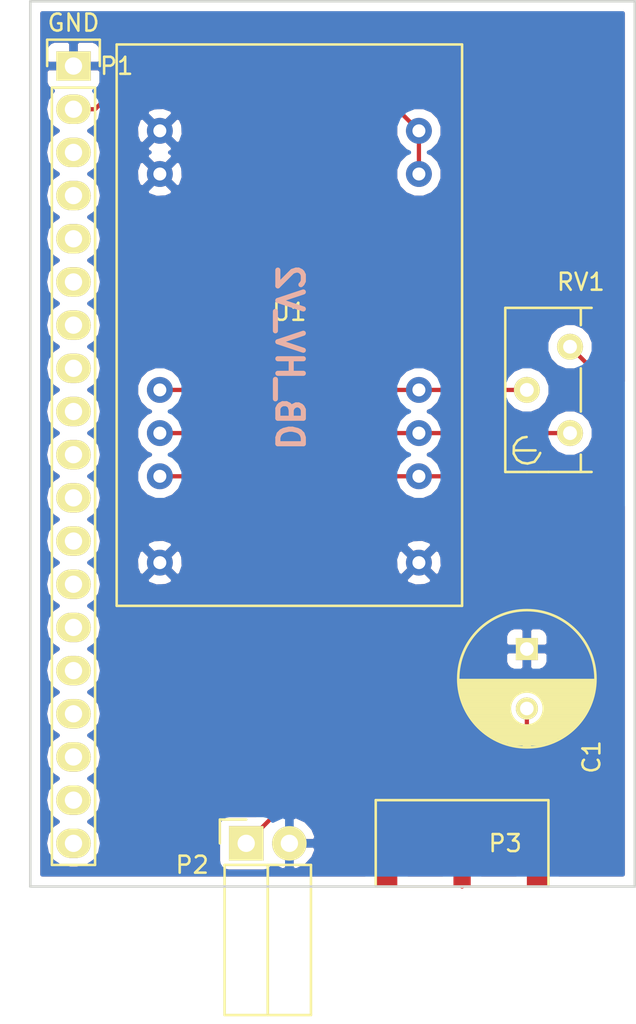
<source format=kicad_pcb>
(kicad_pcb (version 4) (host pcbnew 4.0.4+e1-6308~48~ubuntu16.04.1-stable)

  (general
    (links 19)
    (no_connects 0)
    (area 55.291667 50.724999 92.785001 111.155001)
    (thickness 1.6)
    (drawings 5)
    (tracks 25)
    (zones 0)
    (modules 6)
    (nets 6)
  )

  (page A4)
  (layers
    (0 F.Cu signal)
    (31 B.Cu signal)
    (32 B.Adhes user)
    (33 F.Adhes user)
    (34 B.Paste user)
    (35 F.Paste user)
    (36 B.SilkS user)
    (37 F.SilkS user)
    (38 B.Mask user)
    (39 F.Mask user)
    (40 Dwgs.User user)
    (41 Cmts.User user)
    (42 Eco1.User user)
    (43 Eco2.User user)
    (44 Edge.Cuts user)
    (45 Margin user)
    (46 B.CrtYd user)
    (47 F.CrtYd user)
    (48 B.Fab user)
    (49 F.Fab user)
  )

  (setup
    (last_trace_width 0.25)
    (trace_clearance 0.2)
    (zone_clearance 0.508)
    (zone_45_only no)
    (trace_min 0.2)
    (segment_width 0.2)
    (edge_width 0.15)
    (via_size 0.6)
    (via_drill 0.4)
    (via_min_size 0.4)
    (via_min_drill 0.3)
    (uvia_size 0.3)
    (uvia_drill 0.1)
    (uvias_allowed no)
    (uvia_min_size 0.2)
    (uvia_min_drill 0.1)
    (pcb_text_width 0.3)
    (pcb_text_size 1.5 1.5)
    (mod_edge_width 0.15)
    (mod_text_size 1 1)
    (mod_text_width 0.15)
    (pad_size 1.524 1.524)
    (pad_drill 0.762)
    (pad_to_mask_clearance 0.2)
    (aux_axis_origin 0 0)
    (visible_elements 7FFFFFFF)
    (pcbplotparams
      (layerselection 0x010f0_80000001)
      (usegerberextensions true)
      (excludeedgelayer true)
      (linewidth 0.100000)
      (plotframeref false)
      (viasonmask false)
      (mode 1)
      (useauxorigin false)
      (hpglpennumber 1)
      (hpglpenspeed 20)
      (hpglpendiameter 15)
      (hpglpenoverlay 2)
      (psnegative false)
      (psa4output false)
      (plotreference true)
      (plotvalue true)
      (plotinvisibletext false)
      (padsonsilk false)
      (subtractmaskfromsilk false)
      (outputformat 1)
      (mirror false)
      (drillshape 0)
      (scaleselection 1)
      (outputdirectory ../gerber/))
  )

  (net 0 "")
  (net 1 GND)
  (net 2 "Net-(P1-Pad2)")
  (net 3 "Net-(RV1-Pad2)")
  (net 4 "Net-(RV1-Pad1)")
  (net 5 "Net-(C1-Pad2)")

  (net_class Default "This is the default net class."
    (clearance 0.2)
    (trace_width 0.25)
    (via_dia 0.6)
    (via_drill 0.4)
    (uvia_dia 0.3)
    (uvia_drill 0.1)
    (add_net GND)
    (add_net "Net-(C1-Pad2)")
    (add_net "Net-(P1-Pad2)")
    (add_net "Net-(RV1-Pad1)")
    (add_net "Net-(RV1-Pad2)")
  )

  (module Socket_Strips:Socket_Strip_Angled_1x02 placed (layer F.Cu) (tedit 57B5687B) (tstamp 57B2E5AC)
    (at 69.85 100.33)
    (descr "Through hole socket strip")
    (tags "socket strip")
    (path /57A87C25)
    (fp_text reference P2 (at -3.175 1.27) (layer F.SilkS)
      (effects (font (size 1 1) (thickness 0.15)))
    )
    (fp_text value CONN_01X02 (at 0 -2.75) (layer F.Fab)
      (effects (font (size 1 1) (thickness 0.15)))
    )
    (fp_line (start -1.75 -1.5) (end -1.75 10.6) (layer F.CrtYd) (width 0.05))
    (fp_line (start 4.3 -1.5) (end 4.3 10.6) (layer F.CrtYd) (width 0.05))
    (fp_line (start -1.75 -1.5) (end 4.3 -1.5) (layer F.CrtYd) (width 0.05))
    (fp_line (start -1.75 10.6) (end 4.3 10.6) (layer F.CrtYd) (width 0.05))
    (fp_line (start 3.81 10.1) (end 3.81 1.27) (layer F.SilkS) (width 0.15))
    (fp_line (start 1.27 10.1) (end 3.81 10.1) (layer F.SilkS) (width 0.15))
    (fp_line (start 1.27 1.27) (end 1.27 10.1) (layer F.SilkS) (width 0.15))
    (fp_line (start 1.27 1.27) (end 3.81 1.27) (layer F.SilkS) (width 0.15))
    (fp_line (start -1.27 1.27) (end 1.27 1.27) (layer F.SilkS) (width 0.15))
    (fp_line (start 0 -1.4) (end -1.55 -1.4) (layer F.SilkS) (width 0.15))
    (fp_line (start -1.55 -1.4) (end -1.55 0) (layer F.SilkS) (width 0.15))
    (fp_line (start -1.27 1.27) (end -1.27 10.1) (layer F.SilkS) (width 0.15))
    (fp_line (start -1.27 10.1) (end 1.27 10.1) (layer F.SilkS) (width 0.15))
    (fp_line (start 1.27 10.1) (end 1.27 1.27) (layer F.SilkS) (width 0.15))
    (pad 1 thru_hole rect (at 0 0) (size 2.032 2.032) (drill 1.016) (layers *.Cu *.Mask F.SilkS)
      (net 5 "Net-(C1-Pad2)"))
    (pad 2 thru_hole oval (at 2.54 0) (size 2.032 2.032) (drill 1.016) (layers *.Cu *.Mask F.SilkS)
      (net 1 GND))
    (model Socket_Strips.3dshapes/Socket_Strip_Angled_1x02.wrl
      (at (xyz 0.05 0 0))
      (scale (xyz 1 1 1))
      (rotate (xyz 0 0 180))
    )
  )

  (module Potentiometers:Potentiometer_Bourns_3296Y_3-8Zoll_Angular_ScrewUp placed (layer F.Cu) (tedit 57B56887) (tstamp 57B2E5D2)
    (at 88.9 76.2)
    (descr "3296, 3/8, Square, Trimpot, Trimming, Potentiometer, Bourns")
    (tags "3296, 3/8, Square, Trimpot, Trimming, Potentiometer, Bourns")
    (path /57A30924)
    (fp_text reference RV1 (at 0.635 -8.89) (layer F.SilkS)
      (effects (font (size 1 1) (thickness 0.15)))
    )
    (fp_text value POT (at 0 5.08) (layer F.Fab)
      (effects (font (size 1 1) (thickness 0.15)))
    )
    (fp_line (start 0.635 1.27) (end 0.635 2.286) (layer F.SilkS) (width 0.15))
    (fp_line (start 0.635 -3.81) (end 0.635 -1.27) (layer F.SilkS) (width 0.15))
    (fp_line (start 0.635 -7.366) (end 0.635 -6.35) (layer F.SilkS) (width 0.15))
    (fp_line (start -3.302 1.016) (end -2.032 1.016) (layer F.SilkS) (width 0.15))
    (fp_line (start -2.5527 0.2286) (end -2.8067 0.2667) (layer F.SilkS) (width 0.15))
    (fp_line (start -2.8067 0.2667) (end -3.0861 0.4445) (layer F.SilkS) (width 0.15))
    (fp_line (start -3.0861 0.4445) (end -3.302 0.762) (layer F.SilkS) (width 0.15))
    (fp_line (start -3.302 0.762) (end -3.3147 1.2065) (layer F.SilkS) (width 0.15))
    (fp_line (start -3.3147 1.2065) (end -3.1115 1.5621) (layer F.SilkS) (width 0.15))
    (fp_line (start -3.1115 1.5621) (end -2.8194 1.7399) (layer F.SilkS) (width 0.15))
    (fp_line (start -2.8194 1.7399) (end -2.5019 1.7907) (layer F.SilkS) (width 0.15))
    (fp_line (start -2.5019 1.7907) (end -2.0955 1.6891) (layer F.SilkS) (width 0.15))
    (fp_line (start -2.0955 1.6891) (end -1.8415 1.3462) (layer F.SilkS) (width 0.15))
    (fp_line (start -1.8415 1.3462) (end -1.7526 1.1684) (layer F.SilkS) (width 0.15))
    (fp_line (start -2.54 2.286) (end -3.81 2.286) (layer F.SilkS) (width 0.15))
    (fp_line (start -3.81 2.286) (end -3.81 -7.366) (layer F.SilkS) (width 0.15))
    (fp_line (start -3.81 -7.366) (end 1.27 -7.366) (layer F.SilkS) (width 0.15))
    (fp_line (start 1.27 2.286) (end -1.27 2.286) (layer F.SilkS) (width 0.15))
    (fp_line (start -1.27 2.286) (end -2.54 2.286) (layer F.SilkS) (width 0.15))
    (pad 2 thru_hole circle (at -2.54 -2.54) (size 1.524 1.524) (drill 0.8128) (layers *.Cu *.Mask F.SilkS)
      (net 3 "Net-(RV1-Pad2)"))
    (pad 3 thru_hole circle (at 0 -5.08) (size 1.524 1.524) (drill 0.8128) (layers *.Cu *.Mask F.SilkS)
      (net 5 "Net-(C1-Pad2)"))
    (pad 1 thru_hole circle (at 0 0) (size 1.524 1.524) (drill 0.8128) (layers *.Cu *.Mask F.SilkS)
      (net 4 "Net-(RV1-Pad1)"))
    (model Potentiometers.3dshapes/Potentiometer_Bourns_3296Y_3-8Zoll_Angular_ScrewUp.wrl
      (at (xyz 0 0 0))
      (scale (xyz 1 1 1))
      (rotate (xyz 0 0 0))
    )
  )

  (module Echopen:Header_pin_angled_1x19 (layer F.Cu) (tedit 57BC83BD) (tstamp 57BC8349)
    (at 59.69 77.47)
    (descr "Through hole socket strip")
    (tags "socket strip")
    (path /57A84D1F)
    (fp_text reference P1 (at 2.54 -22.86) (layer F.SilkS)
      (effects (font (size 1 1) (thickness 0.15)))
    )
    (fp_text value CONN_01X19 (at 0.635 26.035) (layer F.Fab)
      (effects (font (size 1 1) (thickness 0.15)))
    )
    (fp_text user GND (at 0 -25.4) (layer F.SilkS)
      (effects (font (size 1 1) (thickness 0.15)))
    )
    (fp_line (start 1.75 -24.61) (end -1.75 -24.61) (layer F.CrtYd) (width 0.05))
    (fp_line (start 1.75 24.64) (end -1.75 24.64) (layer F.CrtYd) (width 0.05))
    (fp_line (start 1.75 -24.61) (end 1.75 24.64) (layer F.CrtYd) (width 0.05))
    (fp_line (start -1.75 -24.61) (end -1.75 24.64) (layer F.CrtYd) (width 0.05))
    (fp_line (start -1.27 -21.59) (end -1.27 24.13) (layer F.SilkS) (width 0.15))
    (fp_line (start -1.27 24.13) (end 1.27 24.13) (layer F.SilkS) (width 0.15))
    (fp_line (start 1.27 24.13) (end 1.27 -21.59) (layer F.SilkS) (width 0.15))
    (fp_line (start -1.55 -24.41) (end -1.55 -22.86) (layer F.SilkS) (width 0.15))
    (fp_line (start -1.27 -21.59) (end 1.27 -21.59) (layer F.SilkS) (width 0.15))
    (fp_line (start 1.55 -22.86) (end 1.55 -24.41) (layer F.SilkS) (width 0.15))
    (fp_line (start 1.55 -24.41) (end -1.55 -24.41) (layer F.SilkS) (width 0.15))
    (pad 1 thru_hole rect (at 0 -22.86 270) (size 1.7272 2.032) (drill 1.016) (layers *.Cu *.Mask F.SilkS)
      (net 1 GND))
    (pad 2 thru_hole oval (at 0 -20.32 270) (size 1.7272 2.032) (drill 1.016) (layers *.Cu *.Mask F.SilkS)
      (net 2 "Net-(P1-Pad2)"))
    (pad 3 thru_hole oval (at 0 -17.78 270) (size 1.7272 2.032) (drill 1.016) (layers *.Cu *.Mask F.SilkS))
    (pad 4 thru_hole oval (at 0 -15.24 270) (size 1.7272 2.032) (drill 1.016) (layers *.Cu *.Mask F.SilkS))
    (pad 5 thru_hole oval (at 0 -12.7 270) (size 1.7272 2.032) (drill 1.016) (layers *.Cu *.Mask F.SilkS))
    (pad 6 thru_hole oval (at 0 -10.16 270) (size 1.7272 2.032) (drill 1.016) (layers *.Cu *.Mask F.SilkS))
    (pad 7 thru_hole oval (at 0 -7.62 270) (size 1.7272 2.032) (drill 1.016) (layers *.Cu *.Mask F.SilkS))
    (pad 8 thru_hole oval (at 0 -5.08 270) (size 1.7272 2.032) (drill 1.016) (layers *.Cu *.Mask F.SilkS))
    (pad 9 thru_hole oval (at 0 -2.54 270) (size 1.7272 2.032) (drill 1.016) (layers *.Cu *.Mask F.SilkS))
    (pad 10 thru_hole oval (at 0 0 270) (size 1.7272 2.032) (drill 1.016) (layers *.Cu *.Mask F.SilkS))
    (pad 11 thru_hole oval (at 0 2.54 270) (size 1.7272 2.032) (drill 1.016) (layers *.Cu *.Mask F.SilkS))
    (pad 12 thru_hole oval (at 0 5.08 270) (size 1.7272 2.032) (drill 1.016) (layers *.Cu *.Mask F.SilkS))
    (pad 13 thru_hole oval (at 0 7.62 270) (size 1.7272 2.032) (drill 1.016) (layers *.Cu *.Mask F.SilkS))
    (pad 14 thru_hole oval (at 0 10.16 270) (size 1.7272 2.032) (drill 1.016) (layers *.Cu *.Mask F.SilkS))
    (pad 15 thru_hole oval (at 0 12.7 270) (size 1.7272 2.032) (drill 1.016) (layers *.Cu *.Mask F.SilkS))
    (pad 16 thru_hole oval (at 0 15.24 270) (size 1.7272 2.032) (drill 1.016) (layers *.Cu *.Mask F.SilkS))
    (pad 17 thru_hole oval (at 0 17.78 270) (size 1.7272 2.032) (drill 1.016) (layers *.Cu *.Mask F.SilkS))
    (pad 18 thru_hole oval (at 0 20.32 270) (size 1.7272 2.032) (drill 1.016) (layers *.Cu *.Mask F.SilkS))
    (pad 19 thru_hole oval (at 0 22.86 270) (size 1.7272 2.032) (drill 1.016) (layers *.Cu *.Mask F.SilkS))
    (model Pin_Headers.3dshapes/Pin_Header_Angled_1x19.wrl
      (at (xyz 0 0 0))
      (scale (xyz 1 1 1))
      (rotate (xyz 0 0 -90))
    )
  )

  (module Echopen:SMA (layer F.Cu) (tedit 57B6CD4E) (tstamp 57BC835F)
    (at 82.55 100.33)
    (path /57A87B90)
    (fp_text reference P3 (at 2.54 0) (layer F.SilkS)
      (effects (font (size 1 1) (thickness 0.15)))
    )
    (fp_text value SMA (at -2.54 0) (layer F.Fab)
      (effects (font (size 1 1) (thickness 0.15)))
    )
    (fp_line (start -5.08 -2.54) (end 5.08 -2.54) (layer F.SilkS) (width 0.15))
    (fp_line (start 5.08 -2.54) (end 5.08 2.54) (layer F.SilkS) (width 0.15))
    (fp_line (start 5.08 2.54) (end -5.08 2.54) (layer F.SilkS) (width 0.15))
    (fp_line (start -5.08 2.54) (end -5.08 -2.54) (layer F.SilkS) (width 0.15))
    (pad 2 smd rect (at -5.08 0) (size 1.27 5.08) (drill (offset 0.635 0)) (layers *.Paste *.Mask F.Cu)
      (net 1 GND))
    (pad 2 smd rect (at 5.08 0) (size 1.27 5.08) (drill (offset -0.635 0)) (layers *.Paste *.Mask F.Cu)
      (net 1 GND))
    (pad 1 smd rect (at 0 0) (size 1.016 5.08) (layers F.Cu F.Paste F.Mask)
      (net 5 "Net-(C1-Pad2)"))
    (model ../../../../../home/echopen/Bureau/GitHub/electronic/kicad/Librairy/3d/sma_90_r300.124.403.wrl
      (at (xyz 0 -0.15 0))
      (scale (xyz 0.9 0.9 0.9))
      (rotate (xyz 0 0 0))
    )
  )

  (module Echopen:RECOM (layer F.Cu) (tedit 57B2EB3D) (tstamp 57BC8365)
    (at 72.39 68.58)
    (path /57A30696)
    (fp_text reference U1 (at 0 0.5) (layer F.SilkS)
      (effects (font (size 1 1) (thickness 0.15)))
    )
    (fp_text value R05-100B (at 0 -2.54) (layer F.Fab)
      (effects (font (size 1 1) (thickness 0.15)))
    )
    (fp_line (start -10.16 -15.24) (end 10.16 -15.24) (layer F.SilkS) (width 0.15))
    (fp_line (start 10.16 -15.24) (end 10.16 17.78) (layer F.SilkS) (width 0.15))
    (fp_line (start 10.16 17.78) (end -10.16 17.78) (layer F.SilkS) (width 0.15))
    (fp_line (start -10.16 17.78) (end -10.16 -15.24) (layer F.SilkS) (width 0.15))
    (pad 2 thru_hole circle (at -7.62 -10.16) (size 1.524 1.524) (drill 0.762) (layers *.Cu *.Mask)
      (net 1 GND))
    (pad 3 thru_hole circle (at -7.62 -7.62) (size 1.524 1.524) (drill 0.762) (layers *.Cu *.Mask)
      (net 1 GND))
    (pad 8 thru_hole circle (at -7.62 5.08) (size 1.524 1.524) (drill 0.762) (layers *.Cu *.Mask)
      (net 3 "Net-(RV1-Pad2)"))
    (pad 9 thru_hole circle (at -7.62 7.62) (size 1.524 1.524) (drill 0.762) (layers *.Cu *.Mask)
      (net 4 "Net-(RV1-Pad1)"))
    (pad 10 thru_hole circle (at -7.62 10.16) (size 1.524 1.524) (drill 0.762) (layers *.Cu *.Mask)
      (net 5 "Net-(C1-Pad2)"))
    (pad 12 thru_hole circle (at -7.62 15.24) (size 1.524 1.524) (drill 0.762) (layers *.Cu *.Mask)
      (net 1 GND))
    (pad 13 thru_hole circle (at 7.62 15.24) (size 1.524 1.524) (drill 0.762) (layers *.Cu *.Mask)
      (net 1 GND))
    (pad 15 thru_hole circle (at 7.62 10.16) (size 1.524 1.524) (drill 0.762) (layers *.Cu *.Mask)
      (net 5 "Net-(C1-Pad2)"))
    (pad 16 thru_hole circle (at 7.62 7.62) (size 1.524 1.524) (drill 0.762) (layers *.Cu *.Mask)
      (net 4 "Net-(RV1-Pad1)"))
    (pad 17 thru_hole circle (at 7.62 5.08) (size 1.524 1.524) (drill 0.762) (layers *.Cu *.Mask)
      (net 3 "Net-(RV1-Pad2)"))
    (pad 22 thru_hole circle (at 7.62 -7.62) (size 1.524 1.524) (drill 0.762) (layers *.Cu *.Mask)
      (net 2 "Net-(P1-Pad2)"))
    (pad 23 thru_hole circle (at 7.62 -10.16) (size 1.524 1.524) (drill 0.762) (layers *.Cu *.Mask)
      (net 2 "Net-(P1-Pad2)"))
  )

  (module Echopen:CP_TH_common (layer F.Cu) (tedit 57B58060) (tstamp 57C05A7B)
    (at 86.36 88.9 270)
    (descr "Radial Electrolytic Capacitor Diameter 8mm x Length 11.5mm, Pitch 3.5mm")
    (tags "Electrolytic Capacitor")
    (path /57C05B3E)
    (fp_text reference C1 (at 6.35 -3.81 270) (layer F.SilkS)
      (effects (font (size 1 1) (thickness 0.15)))
    )
    (fp_text value "4.7u (150V)" (at 1.27 1.905 270) (layer F.Fab)
      (effects (font (size 1 1) (thickness 0.15)))
    )
    (fp_line (start 1.825 -3.999) (end 1.825 3.999) (layer F.SilkS) (width 0.15))
    (fp_line (start 1.965 -3.994) (end 1.965 3.994) (layer F.SilkS) (width 0.15))
    (fp_line (start 2.105 -3.984) (end 2.105 3.984) (layer F.SilkS) (width 0.15))
    (fp_line (start 2.245 -3.969) (end 2.245 3.969) (layer F.SilkS) (width 0.15))
    (fp_line (start 2.385 -3.949) (end 2.385 3.949) (layer F.SilkS) (width 0.15))
    (fp_line (start 2.525 -3.924) (end 2.525 -0.222) (layer F.SilkS) (width 0.15))
    (fp_line (start 2.525 0.222) (end 2.525 3.924) (layer F.SilkS) (width 0.15))
    (fp_line (start 2.665 -3.894) (end 2.665 -0.55) (layer F.SilkS) (width 0.15))
    (fp_line (start 2.665 0.55) (end 2.665 3.894) (layer F.SilkS) (width 0.15))
    (fp_line (start 2.805 -3.858) (end 2.805 -0.719) (layer F.SilkS) (width 0.15))
    (fp_line (start 2.805 0.719) (end 2.805 3.858) (layer F.SilkS) (width 0.15))
    (fp_line (start 2.945 -3.817) (end 2.945 -0.832) (layer F.SilkS) (width 0.15))
    (fp_line (start 2.945 0.832) (end 2.945 3.817) (layer F.SilkS) (width 0.15))
    (fp_line (start 3.085 -3.771) (end 3.085 -0.91) (layer F.SilkS) (width 0.15))
    (fp_line (start 3.085 0.91) (end 3.085 3.771) (layer F.SilkS) (width 0.15))
    (fp_line (start 3.225 -3.718) (end 3.225 -0.961) (layer F.SilkS) (width 0.15))
    (fp_line (start 3.225 0.961) (end 3.225 3.718) (layer F.SilkS) (width 0.15))
    (fp_line (start 3.365 -3.659) (end 3.365 -0.991) (layer F.SilkS) (width 0.15))
    (fp_line (start 3.365 0.991) (end 3.365 3.659) (layer F.SilkS) (width 0.15))
    (fp_line (start 3.505 -3.594) (end 3.505 -1) (layer F.SilkS) (width 0.15))
    (fp_line (start 3.505 1) (end 3.505 3.594) (layer F.SilkS) (width 0.15))
    (fp_line (start 3.645 -3.523) (end 3.645 -0.989) (layer F.SilkS) (width 0.15))
    (fp_line (start 3.645 0.989) (end 3.645 3.523) (layer F.SilkS) (width 0.15))
    (fp_line (start 3.785 -3.444) (end 3.785 -0.959) (layer F.SilkS) (width 0.15))
    (fp_line (start 3.785 0.959) (end 3.785 3.444) (layer F.SilkS) (width 0.15))
    (fp_line (start 3.925 -3.357) (end 3.925 -0.905) (layer F.SilkS) (width 0.15))
    (fp_line (start 3.925 0.905) (end 3.925 3.357) (layer F.SilkS) (width 0.15))
    (fp_line (start 4.065 -3.262) (end 4.065 -0.825) (layer F.SilkS) (width 0.15))
    (fp_line (start 4.065 0.825) (end 4.065 3.262) (layer F.SilkS) (width 0.15))
    (fp_line (start 4.205 -3.158) (end 4.205 -0.709) (layer F.SilkS) (width 0.15))
    (fp_line (start 4.205 0.709) (end 4.205 3.158) (layer F.SilkS) (width 0.15))
    (fp_line (start 4.345 -3.044) (end 4.345 -0.535) (layer F.SilkS) (width 0.15))
    (fp_line (start 4.345 0.535) (end 4.345 3.044) (layer F.SilkS) (width 0.15))
    (fp_line (start 4.485 -2.919) (end 4.485 -0.173) (layer F.SilkS) (width 0.15))
    (fp_line (start 4.485 0.173) (end 4.485 2.919) (layer F.SilkS) (width 0.15))
    (fp_line (start 4.625 -2.781) (end 4.625 2.781) (layer F.SilkS) (width 0.15))
    (fp_line (start 4.765 -2.629) (end 4.765 2.629) (layer F.SilkS) (width 0.15))
    (fp_line (start 4.905 -2.459) (end 4.905 2.459) (layer F.SilkS) (width 0.15))
    (fp_line (start 5.045 -2.268) (end 5.045 2.268) (layer F.SilkS) (width 0.15))
    (fp_line (start 5.185 -2.05) (end 5.185 2.05) (layer F.SilkS) (width 0.15))
    (fp_line (start 5.325 -1.794) (end 5.325 1.794) (layer F.SilkS) (width 0.15))
    (fp_line (start 5.465 -1.483) (end 5.465 1.483) (layer F.SilkS) (width 0.15))
    (fp_line (start 5.605 -1.067) (end 5.605 1.067) (layer F.SilkS) (width 0.15))
    (fp_line (start 5.745 -0.2) (end 5.745 0.2) (layer F.SilkS) (width 0.15))
    (fp_circle (center 3.5 0) (end 3.5 -1) (layer F.SilkS) (width 0.15))
    (fp_circle (center 1.75 0) (end 1.75 -4.0375) (layer F.SilkS) (width 0.15))
    (fp_circle (center 1.75 0) (end 1.75 -4.3) (layer F.CrtYd) (width 0.05))
    (pad 2 thru_hole circle (at 3.5 0 270) (size 1.3 1.3) (drill 0.8) (layers *.Cu *.Mask F.SilkS)
      (net 5 "Net-(C1-Pad2)"))
    (pad 1 thru_hole rect (at 0 0 270) (size 1.3 1.3) (drill 0.8) (layers *.Cu *.Mask F.SilkS)
      (net 1 GND))
    (model Capacitors_ThroughHole.3dshapes/C_Radial_D8_L11.5_P3.5.wrl
      (at (xyz 0 0 0))
      (scale (xyz 1 1 1))
      (rotate (xyz 0 0 0))
    )
  )

  (gr_text DB_HV_V2 (at 72.39 71.755 270) (layer B.SilkS)
    (effects (font (size 1.5 1.5) (thickness 0.3)) (justify mirror))
  )
  (gr_line (start 92.71 102.87) (end 57.15 102.87) (angle 90) (layer Edge.Cuts) (width 0.15))
  (gr_line (start 92.71 50.8) (end 92.71 102.87) (angle 90) (layer Edge.Cuts) (width 0.15))
  (gr_line (start 57.15 50.8) (end 92.71 50.8) (angle 90) (layer Edge.Cuts) (width 0.15))
  (gr_line (start 57.15 50.8) (end 57.15 102.87) (angle 90) (layer Edge.Cuts) (width 0.15))

  (segment (start 59.69 57.15) (end 60.96 57.15) (width 0.25) (layer F.Cu) (net 2))
  (segment (start 77.47 55.88) (end 80.01 58.42) (width 0.25) (layer F.Cu) (net 2) (tstamp 57BC83A2))
  (segment (start 62.23 55.88) (end 77.47 55.88) (width 0.25) (layer F.Cu) (net 2) (tstamp 57BC83A0))
  (segment (start 60.96 57.15) (end 62.23 55.88) (width 0.25) (layer F.Cu) (net 2) (tstamp 57BC839E))
  (segment (start 80.01 60.96) (end 80.01 58.42) (width 0.25) (layer F.Cu) (net 2) (status 30))
  (segment (start 80.01 73.66) (end 86.36 73.66) (width 0.25) (layer F.Cu) (net 3) (status 30))
  (segment (start 64.77 73.66) (end 80.01 73.66) (width 0.25) (layer F.Cu) (net 3) (status 30))
  (segment (start 80.01 76.2) (end 88.9 76.2) (width 0.25) (layer F.Cu) (net 4) (status 30))
  (segment (start 64.77 76.2) (end 80.01 76.2) (width 0.25) (layer F.Cu) (net 4) (status 30))
  (segment (start 82.55 100.33) (end 82.55 97.79) (width 0.25) (layer F.Cu) (net 5))
  (segment (start 82.55 97.79) (end 86.36 93.98) (width 0.25) (layer F.Cu) (net 5) (tstamp 57C05A8E))
  (segment (start 86.36 93.98) (end 86.36 92.4) (width 0.25) (layer F.Cu) (net 5) (tstamp 57C05A90))
  (segment (start 76.2 96.52) (end 76.2 78.74) (width 0.25) (layer F.Cu) (net 5))
  (segment (start 69.85 100.33) (end 73.66 96.52) (width 0.25) (layer F.Cu) (net 5) (status 10))
  (segment (start 81.28 96.52) (end 82.55 97.79) (width 0.25) (layer F.Cu) (net 5) (tstamp 57BB4295) (status 20))
  (segment (start 76.2 96.52) (end 81.28 96.52) (width 0.25) (layer F.Cu) (net 5) (tstamp 57BB429A))
  (segment (start 73.66 96.52) (end 76.2 96.52) (width 0.25) (layer F.Cu) (net 5) (tstamp 57BB4294))
  (segment (start 82.55 102.87) (end 82.55 100.33) (width 0.25) (layer F.Cu) (net 5) (tstamp 57B2F383) (status 30))
  (segment (start 88.9 71.12) (end 91.44 73.66) (width 0.25) (layer F.Cu) (net 5) (status 10))
  (segment (start 82.55 78.74) (end 80.01 78.74) (width 0.25) (layer F.Cu) (net 5) (tstamp 57B2F35E) (status 20))
  (segment (start 83.82 80.01) (end 82.55 78.74) (width 0.25) (layer F.Cu) (net 5) (tstamp 57B2F35D))
  (segment (start 91.44 80.01) (end 83.82 80.01) (width 0.25) (layer F.Cu) (net 5) (tstamp 57B2F35C))
  (segment (start 91.44 73.66) (end 91.44 80.01) (width 0.25) (layer F.Cu) (net 5) (tstamp 57B2F35B))
  (segment (start 64.77 78.74) (end 76.2 78.74) (width 0.25) (layer F.Cu) (net 5) (status 10))
  (segment (start 76.2 78.74) (end 80.01 78.74) (width 0.25) (layer F.Cu) (net 5) (tstamp 57BB429E) (status 20))

  (zone (net 1) (net_name GND) (layer F.Cu) (tstamp 57BC8380) (hatch edge 0.508)
    (connect_pads (clearance 0.508))
    (min_thickness 0.254)
    (fill yes (arc_segments 16) (thermal_gap 0.508) (thermal_bridge_width 0.508))
    (polygon
      (pts
        (xy 92.71 102.87) (xy 57.15 102.87) (xy 57.15 50.8) (xy 92.71 50.8)
      )
    )
    (filled_polygon
      (pts
        (xy 78.82499 79.530303) (xy 79.21763 79.923629) (xy 79.7309 80.136757) (xy 80.286661 80.137242) (xy 80.800303 79.92501)
        (xy 81.193629 79.53237) (xy 81.20707 79.5) (xy 82.235198 79.5) (xy 83.282599 80.547401) (xy 83.52916 80.712148)
        (xy 83.82 80.77) (xy 91.44 80.77) (xy 91.730839 80.712148) (xy 91.977401 80.547401) (xy 92 80.513579)
        (xy 92 102.16) (xy 88.265 102.16) (xy 88.265 100.61575) (xy 88.10625 100.457) (xy 87.122 100.457)
        (xy 87.122 100.477) (xy 86.868 100.477) (xy 86.868 100.457) (xy 85.88375 100.457) (xy 85.725 100.61575)
        (xy 85.725 102.16) (xy 83.70544 102.16) (xy 83.70544 97.79) (xy 83.69267 97.722132) (xy 83.751112 97.66369)
        (xy 85.725 97.66369) (xy 85.725 100.04425) (xy 85.88375 100.203) (xy 86.868 100.203) (xy 86.868 97.31375)
        (xy 87.122 97.31375) (xy 87.122 100.203) (xy 88.10625 100.203) (xy 88.265 100.04425) (xy 88.265 97.66369)
        (xy 88.168327 97.430301) (xy 87.989698 97.251673) (xy 87.756309 97.155) (xy 87.28075 97.155) (xy 87.122 97.31375)
        (xy 86.868 97.31375) (xy 86.70925 97.155) (xy 86.233691 97.155) (xy 86.000302 97.251673) (xy 85.821673 97.430301)
        (xy 85.725 97.66369) (xy 83.751112 97.66369) (xy 86.897401 94.517401) (xy 87.062148 94.270839) (xy 87.12 93.98)
        (xy 87.12 93.457006) (xy 87.448735 93.128845) (xy 87.644777 92.656724) (xy 87.645223 92.145519) (xy 87.450005 91.673057)
        (xy 87.088845 91.311265) (xy 86.616724 91.115223) (xy 86.105519 91.114777) (xy 85.633057 91.309995) (xy 85.271265 91.671155)
        (xy 85.075223 92.143276) (xy 85.074777 92.654481) (xy 85.269995 93.126943) (xy 85.6 93.457525) (xy 85.6 93.665198)
        (xy 82.55 96.715198) (xy 81.817401 95.982599) (xy 81.570839 95.817852) (xy 81.28 95.76) (xy 76.96 95.76)
        (xy 76.96 89.18575) (xy 85.075 89.18575) (xy 85.075 89.676309) (xy 85.171673 89.909698) (xy 85.350301 90.088327)
        (xy 85.58369 90.185) (xy 86.07425 90.185) (xy 86.233 90.02625) (xy 86.233 89.027) (xy 86.487 89.027)
        (xy 86.487 90.02625) (xy 86.64575 90.185) (xy 87.13631 90.185) (xy 87.369699 90.088327) (xy 87.548327 89.909698)
        (xy 87.645 89.676309) (xy 87.645 89.18575) (xy 87.48625 89.027) (xy 86.487 89.027) (xy 86.233 89.027)
        (xy 85.23375 89.027) (xy 85.075 89.18575) (xy 76.96 89.18575) (xy 76.96 88.123691) (xy 85.075 88.123691)
        (xy 85.075 88.61425) (xy 85.23375 88.773) (xy 86.233 88.773) (xy 86.233 87.77375) (xy 86.487 87.77375)
        (xy 86.487 88.773) (xy 87.48625 88.773) (xy 87.645 88.61425) (xy 87.645 88.123691) (xy 87.548327 87.890302)
        (xy 87.369699 87.711673) (xy 87.13631 87.615) (xy 86.64575 87.615) (xy 86.487 87.77375) (xy 86.233 87.77375)
        (xy 86.07425 87.615) (xy 85.58369 87.615) (xy 85.350301 87.711673) (xy 85.171673 87.890302) (xy 85.075 88.123691)
        (xy 76.96 88.123691) (xy 76.96 84.800213) (xy 79.209392 84.800213) (xy 79.278857 85.042397) (xy 79.802302 85.229144)
        (xy 80.357368 85.201362) (xy 80.741143 85.042397) (xy 80.810608 84.800213) (xy 80.01 83.999605) (xy 79.209392 84.800213)
        (xy 76.96 84.800213) (xy 76.96 83.612302) (xy 78.600856 83.612302) (xy 78.628638 84.167368) (xy 78.787603 84.551143)
        (xy 79.029787 84.620608) (xy 79.830395 83.82) (xy 80.189605 83.82) (xy 80.990213 84.620608) (xy 81.232397 84.551143)
        (xy 81.419144 84.027698) (xy 81.391362 83.472632) (xy 81.232397 83.088857) (xy 80.990213 83.019392) (xy 80.189605 83.82)
        (xy 79.830395 83.82) (xy 79.029787 83.019392) (xy 78.787603 83.088857) (xy 78.600856 83.612302) (xy 76.96 83.612302)
        (xy 76.96 82.839787) (xy 79.209392 82.839787) (xy 80.01 83.640395) (xy 80.810608 82.839787) (xy 80.741143 82.597603)
        (xy 80.217698 82.410856) (xy 79.662632 82.438638) (xy 79.278857 82.597603) (xy 79.209392 82.839787) (xy 76.96 82.839787)
        (xy 76.96 79.5) (xy 78.812469 79.5)
      )
    )
    (filled_polygon
      (pts
        (xy 92 73.156421) (xy 91.977401 73.122599) (xy 90.284183 71.429381) (xy 90.296757 71.3991) (xy 90.297242 70.843339)
        (xy 90.08501 70.329697) (xy 89.69237 69.936371) (xy 89.1791 69.723243) (xy 88.623339 69.722758) (xy 88.109697 69.93499)
        (xy 87.716371 70.32763) (xy 87.503243 70.8409) (xy 87.502758 71.396661) (xy 87.71499 71.910303) (xy 88.10763 72.303629)
        (xy 88.6209 72.516757) (xy 89.176661 72.517242) (xy 89.209055 72.503857) (xy 90.68 73.974802) (xy 90.68 79.25)
        (xy 84.134802 79.25) (xy 83.087401 78.202599) (xy 82.840839 78.037852) (xy 82.55 77.98) (xy 81.207531 77.98)
        (xy 81.19501 77.949697) (xy 80.80237 77.556371) (xy 80.594488 77.470051) (xy 80.800303 77.38501) (xy 81.193629 76.99237)
        (xy 81.20707 76.96) (xy 87.702469 76.96) (xy 87.71499 76.990303) (xy 88.10763 77.383629) (xy 88.6209 77.596757)
        (xy 89.176661 77.597242) (xy 89.690303 77.38501) (xy 90.083629 76.99237) (xy 90.296757 76.4791) (xy 90.297242 75.923339)
        (xy 90.08501 75.409697) (xy 89.69237 75.016371) (xy 89.1791 74.803243) (xy 88.623339 74.802758) (xy 88.109697 75.01499)
        (xy 87.716371 75.40763) (xy 87.70293 75.44) (xy 81.207531 75.44) (xy 81.19501 75.409697) (xy 80.80237 75.016371)
        (xy 80.594488 74.930051) (xy 80.800303 74.84501) (xy 81.193629 74.45237) (xy 81.20707 74.42) (xy 85.162469 74.42)
        (xy 85.17499 74.450303) (xy 85.56763 74.843629) (xy 86.0809 75.056757) (xy 86.636661 75.057242) (xy 87.150303 74.84501)
        (xy 87.543629 74.45237) (xy 87.756757 73.9391) (xy 87.757242 73.383339) (xy 87.54501 72.869697) (xy 87.15237 72.476371)
        (xy 86.6391 72.263243) (xy 86.083339 72.262758) (xy 85.569697 72.47499) (xy 85.176371 72.86763) (xy 85.16293 72.9)
        (xy 81.207531 72.9) (xy 81.19501 72.869697) (xy 80.80237 72.476371) (xy 80.2891 72.263243) (xy 79.733339 72.262758)
        (xy 79.219697 72.47499) (xy 78.826371 72.86763) (xy 78.81293 72.9) (xy 65.967531 72.9) (xy 65.95501 72.869697)
        (xy 65.56237 72.476371) (xy 65.0491 72.263243) (xy 64.493339 72.262758) (xy 63.979697 72.47499) (xy 63.586371 72.86763)
        (xy 63.373243 73.3809) (xy 63.372758 73.936661) (xy 63.58499 74.450303) (xy 63.97763 74.843629) (xy 64.185512 74.929949)
        (xy 63.979697 75.01499) (xy 63.586371 75.40763) (xy 63.373243 75.9209) (xy 63.372758 76.476661) (xy 63.58499 76.990303)
        (xy 63.97763 77.383629) (xy 64.185512 77.469949) (xy 63.979697 77.55499) (xy 63.586371 77.94763) (xy 63.373243 78.4609)
        (xy 63.372758 79.016661) (xy 63.58499 79.530303) (xy 63.97763 79.923629) (xy 64.4909 80.136757) (xy 65.046661 80.137242)
        (xy 65.560303 79.92501) (xy 65.953629 79.53237) (xy 65.96707 79.5) (xy 75.44 79.5) (xy 75.44 95.76)
        (xy 73.66 95.76) (xy 73.369161 95.817852) (xy 73.122599 95.982599) (xy 70.438638 98.66656) (xy 68.834 98.66656)
        (xy 68.598683 98.710838) (xy 68.382559 98.84991) (xy 68.237569 99.06211) (xy 68.18656 99.314) (xy 68.18656 101.346)
        (xy 68.230838 101.581317) (xy 68.36991 101.797441) (xy 68.58211 101.942431) (xy 68.834 101.99344) (xy 70.866 101.99344)
        (xy 71.101317 101.949162) (xy 71.317441 101.81009) (xy 71.417856 101.663128) (xy 71.421621 101.667188) (xy 72.007054 101.935983)
        (xy 72.263 101.817367) (xy 72.263 100.457) (xy 72.517 100.457) (xy 72.517 101.817367) (xy 72.772946 101.935983)
        (xy 73.358379 101.667188) (xy 73.796385 101.194818) (xy 73.995975 100.712944) (xy 73.876836 100.457) (xy 72.517 100.457)
        (xy 72.263 100.457) (xy 72.243 100.457) (xy 72.243 100.203) (xy 72.263 100.203) (xy 72.263 100.183)
        (xy 72.517 100.183) (xy 72.517 100.203) (xy 73.876836 100.203) (xy 73.995975 99.947056) (xy 73.796385 99.465182)
        (xy 73.358379 98.992812) (xy 72.772946 98.724017) (xy 72.517002 98.842632) (xy 72.517002 98.7378) (xy 73.974802 97.28)
        (xy 77.081975 97.28) (xy 76.931673 97.430301) (xy 76.835 97.66369) (xy 76.835 100.04425) (xy 76.99375 100.203)
        (xy 77.978 100.203) (xy 77.978 100.183) (xy 78.232 100.183) (xy 78.232 100.203) (xy 79.21625 100.203)
        (xy 79.375 100.04425) (xy 79.375 97.66369) (xy 79.278327 97.430301) (xy 79.128025 97.28) (xy 80.965198 97.28)
        (xy 81.40814 97.722942) (xy 81.39456 97.79) (xy 81.39456 102.16) (xy 79.375 102.16) (xy 79.375 100.61575)
        (xy 79.21625 100.457) (xy 78.232 100.457) (xy 78.232 100.477) (xy 77.978 100.477) (xy 77.978 100.457)
        (xy 76.99375 100.457) (xy 76.835 100.61575) (xy 76.835 102.16) (xy 57.86 102.16) (xy 57.86 57.15)
        (xy 58.006655 57.15) (xy 58.120729 57.723489) (xy 58.445585 58.20967) (xy 58.760366 58.42) (xy 58.445585 58.63033)
        (xy 58.120729 59.116511) (xy 58.006655 59.69) (xy 58.120729 60.263489) (xy 58.445585 60.74967) (xy 58.760366 60.96)
        (xy 58.445585 61.17033) (xy 58.120729 61.656511) (xy 58.006655 62.23) (xy 58.120729 62.803489) (xy 58.445585 63.28967)
        (xy 58.760366 63.5) (xy 58.445585 63.71033) (xy 58.120729 64.196511) (xy 58.006655 64.77) (xy 58.120729 65.343489)
        (xy 58.445585 65.82967) (xy 58.760366 66.04) (xy 58.445585 66.25033) (xy 58.120729 66.736511) (xy 58.006655 67.31)
        (xy 58.120729 67.883489) (xy 58.445585 68.36967) (xy 58.760366 68.58) (xy 58.445585 68.79033) (xy 58.120729 69.276511)
        (xy 58.006655 69.85) (xy 58.120729 70.423489) (xy 58.445585 70.90967) (xy 58.760366 71.12) (xy 58.445585 71.33033)
        (xy 58.120729 71.816511) (xy 58.006655 72.39) (xy 58.120729 72.963489) (xy 58.445585 73.44967) (xy 58.760366 73.66)
        (xy 58.445585 73.87033) (xy 58.120729 74.356511) (xy 58.006655 74.93) (xy 58.120729 75.503489) (xy 58.445585 75.98967)
        (xy 58.760366 76.2) (xy 58.445585 76.41033) (xy 58.120729 76.896511) (xy 58.006655 77.47) (xy 58.120729 78.043489)
        (xy 58.445585 78.52967) (xy 58.760366 78.74) (xy 58.445585 78.95033) (xy 58.120729 79.436511) (xy 58.006655 80.01)
        (xy 58.120729 80.583489) (xy 58.445585 81.06967) (xy 58.760366 81.28) (xy 58.445585 81.49033) (xy 58.120729 81.976511)
        (xy 58.006655 82.55) (xy 58.120729 83.123489) (xy 58.445585 83.60967) (xy 58.760366 83.82) (xy 58.445585 84.03033)
        (xy 58.120729 84.516511) (xy 58.006655 85.09) (xy 58.120729 85.663489) (xy 58.445585 86.14967) (xy 58.760366 86.36)
        (xy 58.445585 86.57033) (xy 58.120729 87.056511) (xy 58.006655 87.63) (xy 58.120729 88.203489) (xy 58.445585 88.68967)
        (xy 58.760366 88.9) (xy 58.445585 89.11033) (xy 58.120729 89.596511) (xy 58.006655 90.17) (xy 58.120729 90.743489)
        (xy 58.445585 91.22967) (xy 58.760366 91.44) (xy 58.445585 91.65033) (xy 58.120729 92.136511) (xy 58.006655 92.71)
        (xy 58.120729 93.283489) (xy 58.445585 93.76967) (xy 58.760366 93.98) (xy 58.445585 94.19033) (xy 58.120729 94.676511)
        (xy 58.006655 95.25) (xy 58.120729 95.823489) (xy 58.445585 96.30967) (xy 58.760366 96.52) (xy 58.445585 96.73033)
        (xy 58.120729 97.216511) (xy 58.006655 97.79) (xy 58.120729 98.363489) (xy 58.445585 98.84967) (xy 58.760366 99.06)
        (xy 58.445585 99.27033) (xy 58.120729 99.756511) (xy 58.006655 100.33) (xy 58.120729 100.903489) (xy 58.445585 101.38967)
        (xy 58.931766 101.714526) (xy 59.505255 101.8286) (xy 59.874745 101.8286) (xy 60.448234 101.714526) (xy 60.934415 101.38967)
        (xy 61.259271 100.903489) (xy 61.373345 100.33) (xy 61.259271 99.756511) (xy 60.934415 99.27033) (xy 60.619634 99.06)
        (xy 60.934415 98.84967) (xy 61.259271 98.363489) (xy 61.373345 97.79) (xy 61.259271 97.216511) (xy 60.934415 96.73033)
        (xy 60.619634 96.52) (xy 60.934415 96.30967) (xy 61.259271 95.823489) (xy 61.373345 95.25) (xy 61.259271 94.676511)
        (xy 60.934415 94.19033) (xy 60.619634 93.98) (xy 60.934415 93.76967) (xy 61.259271 93.283489) (xy 61.373345 92.71)
        (xy 61.259271 92.136511) (xy 60.934415 91.65033) (xy 60.619634 91.44) (xy 60.934415 91.22967) (xy 61.259271 90.743489)
        (xy 61.373345 90.17) (xy 61.259271 89.596511) (xy 60.934415 89.11033) (xy 60.619634 88.9) (xy 60.934415 88.68967)
        (xy 61.259271 88.203489) (xy 61.373345 87.63) (xy 61.259271 87.056511) (xy 60.934415 86.57033) (xy 60.619634 86.36)
        (xy 60.934415 86.14967) (xy 61.259271 85.663489) (xy 61.373345 85.09) (xy 61.315703 84.800213) (xy 63.969392 84.800213)
        (xy 64.038857 85.042397) (xy 64.562302 85.229144) (xy 65.117368 85.201362) (xy 65.501143 85.042397) (xy 65.570608 84.800213)
        (xy 64.77 83.999605) (xy 63.969392 84.800213) (xy 61.315703 84.800213) (xy 61.259271 84.516511) (xy 60.934415 84.03033)
        (xy 60.619634 83.82) (xy 60.930475 83.612302) (xy 63.360856 83.612302) (xy 63.388638 84.167368) (xy 63.547603 84.551143)
        (xy 63.789787 84.620608) (xy 64.590395 83.82) (xy 64.949605 83.82) (xy 65.750213 84.620608) (xy 65.992397 84.551143)
        (xy 66.179144 84.027698) (xy 66.151362 83.472632) (xy 65.992397 83.088857) (xy 65.750213 83.019392) (xy 64.949605 83.82)
        (xy 64.590395 83.82) (xy 63.789787 83.019392) (xy 63.547603 83.088857) (xy 63.360856 83.612302) (xy 60.930475 83.612302)
        (xy 60.934415 83.60967) (xy 61.259271 83.123489) (xy 61.315702 82.839787) (xy 63.969392 82.839787) (xy 64.77 83.640395)
        (xy 65.570608 82.839787) (xy 65.501143 82.597603) (xy 64.977698 82.410856) (xy 64.422632 82.438638) (xy 64.038857 82.597603)
        (xy 63.969392 82.839787) (xy 61.315702 82.839787) (xy 61.373345 82.55) (xy 61.259271 81.976511) (xy 60.934415 81.49033)
        (xy 60.619634 81.28) (xy 60.934415 81.06967) (xy 61.259271 80.583489) (xy 61.373345 80.01) (xy 61.259271 79.436511)
        (xy 60.934415 78.95033) (xy 60.619634 78.74) (xy 60.934415 78.52967) (xy 61.259271 78.043489) (xy 61.373345 77.47)
        (xy 61.259271 76.896511) (xy 60.934415 76.41033) (xy 60.619634 76.2) (xy 60.934415 75.98967) (xy 61.259271 75.503489)
        (xy 61.373345 74.93) (xy 61.259271 74.356511) (xy 60.934415 73.87033) (xy 60.619634 73.66) (xy 60.934415 73.44967)
        (xy 61.259271 72.963489) (xy 61.373345 72.39) (xy 61.259271 71.816511) (xy 60.934415 71.33033) (xy 60.619634 71.12)
        (xy 60.934415 70.90967) (xy 61.259271 70.423489) (xy 61.373345 69.85) (xy 61.259271 69.276511) (xy 60.934415 68.79033)
        (xy 60.619634 68.58) (xy 60.934415 68.36967) (xy 61.259271 67.883489) (xy 61.373345 67.31) (xy 61.259271 66.736511)
        (xy 60.934415 66.25033) (xy 60.619634 66.04) (xy 60.934415 65.82967) (xy 61.259271 65.343489) (xy 61.373345 64.77)
        (xy 61.259271 64.196511) (xy 60.934415 63.71033) (xy 60.619634 63.5) (xy 60.934415 63.28967) (xy 61.259271 62.803489)
        (xy 61.373345 62.23) (xy 61.315703 61.940213) (xy 63.969392 61.940213) (xy 64.038857 62.182397) (xy 64.562302 62.369144)
        (xy 65.117368 62.341362) (xy 65.501143 62.182397) (xy 65.570608 61.940213) (xy 64.77 61.139605) (xy 63.969392 61.940213)
        (xy 61.315703 61.940213) (xy 61.259271 61.656511) (xy 60.934415 61.17033) (xy 60.619634 60.96) (xy 60.930475 60.752302)
        (xy 63.360856 60.752302) (xy 63.388638 61.307368) (xy 63.547603 61.691143) (xy 63.789787 61.760608) (xy 64.590395 60.96)
        (xy 64.949605 60.96) (xy 65.750213 61.760608) (xy 65.992397 61.691143) (xy 66.179144 61.167698) (xy 66.151362 60.612632)
        (xy 65.992397 60.228857) (xy 65.750213 60.159392) (xy 64.949605 60.96) (xy 64.590395 60.96) (xy 63.789787 60.159392)
        (xy 63.547603 60.228857) (xy 63.360856 60.752302) (xy 60.930475 60.752302) (xy 60.934415 60.74967) (xy 61.259271 60.263489)
        (xy 61.373345 59.69) (xy 61.315703 59.400213) (xy 63.969392 59.400213) (xy 64.038857 59.642397) (xy 64.162344 59.686453)
        (xy 64.038857 59.737603) (xy 63.969392 59.979787) (xy 64.77 60.780395) (xy 65.570608 59.979787) (xy 65.501143 59.737603)
        (xy 65.377656 59.693547) (xy 65.501143 59.642397) (xy 65.570608 59.400213) (xy 64.77 58.599605) (xy 63.969392 59.400213)
        (xy 61.315703 59.400213) (xy 61.259271 59.116511) (xy 60.934415 58.63033) (xy 60.619634 58.42) (xy 60.930475 58.212302)
        (xy 63.360856 58.212302) (xy 63.388638 58.767368) (xy 63.547603 59.151143) (xy 63.789787 59.220608) (xy 64.590395 58.42)
        (xy 64.949605 58.42) (xy 65.750213 59.220608) (xy 65.992397 59.151143) (xy 66.179144 58.627698) (xy 66.151362 58.072632)
        (xy 65.992397 57.688857) (xy 65.750213 57.619392) (xy 64.949605 58.42) (xy 64.590395 58.42) (xy 63.789787 57.619392)
        (xy 63.547603 57.688857) (xy 63.360856 58.212302) (xy 60.930475 58.212302) (xy 60.934415 58.20967) (xy 61.161419 57.869935)
        (xy 61.250839 57.852148) (xy 61.497401 57.687401) (xy 61.745015 57.439787) (xy 63.969392 57.439787) (xy 64.77 58.240395)
        (xy 65.570608 57.439787) (xy 65.501143 57.197603) (xy 64.977698 57.010856) (xy 64.422632 57.038638) (xy 64.038857 57.197603)
        (xy 63.969392 57.439787) (xy 61.745015 57.439787) (xy 62.544802 56.64) (xy 77.155198 56.64) (xy 78.625817 58.110619)
        (xy 78.613243 58.1409) (xy 78.612758 58.696661) (xy 78.82499 59.210303) (xy 79.21763 59.603629) (xy 79.25 59.61707)
        (xy 79.25 59.762469) (xy 79.219697 59.77499) (xy 78.826371 60.16763) (xy 78.613243 60.6809) (xy 78.612758 61.236661)
        (xy 78.82499 61.750303) (xy 79.21763 62.143629) (xy 79.7309 62.356757) (xy 80.286661 62.357242) (xy 80.800303 62.14501)
        (xy 81.193629 61.75237) (xy 81.406757 61.2391) (xy 81.407242 60.683339) (xy 81.19501 60.169697) (xy 80.80237 59.776371)
        (xy 80.77 59.76293) (xy 80.77 59.617531) (xy 80.800303 59.60501) (xy 81.193629 59.21237) (xy 81.406757 58.6991)
        (xy 81.407242 58.143339) (xy 81.19501 57.629697) (xy 80.80237 57.236371) (xy 80.2891 57.023243) (xy 79.733339 57.022758)
        (xy 79.700945 57.036143) (xy 78.007401 55.342599) (xy 77.760839 55.177852) (xy 77.47 55.12) (xy 62.23 55.12)
        (xy 61.93916 55.177852) (xy 61.692599 55.342599) (xy 61.274327 55.760871) (xy 61.341 55.599909) (xy 61.341 54.89575)
        (xy 61.18225 54.737) (xy 59.817 54.737) (xy 59.817 54.757) (xy 59.563 54.757) (xy 59.563 54.737)
        (xy 58.19775 54.737) (xy 58.039 54.89575) (xy 58.039 55.599909) (xy 58.135673 55.833298) (xy 58.314301 56.011927)
        (xy 58.46778 56.0755) (xy 58.445585 56.09033) (xy 58.120729 56.576511) (xy 58.006655 57.15) (xy 57.86 57.15)
        (xy 57.86 53.620091) (xy 58.039 53.620091) (xy 58.039 54.32425) (xy 58.19775 54.483) (xy 59.563 54.483)
        (xy 59.563 53.27015) (xy 59.817 53.27015) (xy 59.817 54.483) (xy 61.18225 54.483) (xy 61.341 54.32425)
        (xy 61.341 53.620091) (xy 61.244327 53.386702) (xy 61.065699 53.208073) (xy 60.83231 53.1114) (xy 59.97575 53.1114)
        (xy 59.817 53.27015) (xy 59.563 53.27015) (xy 59.40425 53.1114) (xy 58.54769 53.1114) (xy 58.314301 53.208073)
        (xy 58.135673 53.386702) (xy 58.039 53.620091) (xy 57.86 53.620091) (xy 57.86 51.51) (xy 92 51.51)
      )
    )
  )
  (zone (net 1) (net_name GND) (layer B.Cu) (tstamp 57BC838E) (hatch edge 0.508)
    (connect_pads (clearance 0.508))
    (min_thickness 0.254)
    (fill yes (arc_segments 16) (thermal_gap 0.508) (thermal_bridge_width 0.508))
    (polygon
      (pts
        (xy 92.71 102.87) (xy 57.15 102.87) (xy 57.15 50.8) (xy 92.71 50.8)
      )
    )
    (filled_polygon
      (pts
        (xy 92 102.16) (xy 57.86 102.16) (xy 57.86 57.15) (xy 58.006655 57.15) (xy 58.120729 57.723489)
        (xy 58.445585 58.20967) (xy 58.760366 58.42) (xy 58.445585 58.63033) (xy 58.120729 59.116511) (xy 58.006655 59.69)
        (xy 58.120729 60.263489) (xy 58.445585 60.74967) (xy 58.760366 60.96) (xy 58.445585 61.17033) (xy 58.120729 61.656511)
        (xy 58.006655 62.23) (xy 58.120729 62.803489) (xy 58.445585 63.28967) (xy 58.760366 63.5) (xy 58.445585 63.71033)
        (xy 58.120729 64.196511) (xy 58.006655 64.77) (xy 58.120729 65.343489) (xy 58.445585 65.82967) (xy 58.760366 66.04)
        (xy 58.445585 66.25033) (xy 58.120729 66.736511) (xy 58.006655 67.31) (xy 58.120729 67.883489) (xy 58.445585 68.36967)
        (xy 58.760366 68.58) (xy 58.445585 68.79033) (xy 58.120729 69.276511) (xy 58.006655 69.85) (xy 58.120729 70.423489)
        (xy 58.445585 70.90967) (xy 58.760366 71.12) (xy 58.445585 71.33033) (xy 58.120729 71.816511) (xy 58.006655 72.39)
        (xy 58.120729 72.963489) (xy 58.445585 73.44967) (xy 58.760366 73.66) (xy 58.445585 73.87033) (xy 58.120729 74.356511)
        (xy 58.006655 74.93) (xy 58.120729 75.503489) (xy 58.445585 75.98967) (xy 58.760366 76.2) (xy 58.445585 76.41033)
        (xy 58.120729 76.896511) (xy 58.006655 77.47) (xy 58.120729 78.043489) (xy 58.445585 78.52967) (xy 58.760366 78.74)
        (xy 58.445585 78.95033) (xy 58.120729 79.436511) (xy 58.006655 80.01) (xy 58.120729 80.583489) (xy 58.445585 81.06967)
        (xy 58.760366 81.28) (xy 58.445585 81.49033) (xy 58.120729 81.976511) (xy 58.006655 82.55) (xy 58.120729 83.123489)
        (xy 58.445585 83.60967) (xy 58.760366 83.82) (xy 58.445585 84.03033) (xy 58.120729 84.516511) (xy 58.006655 85.09)
        (xy 58.120729 85.663489) (xy 58.445585 86.14967) (xy 58.760366 86.36) (xy 58.445585 86.57033) (xy 58.120729 87.056511)
        (xy 58.006655 87.63) (xy 58.120729 88.203489) (xy 58.445585 88.68967) (xy 58.760366 88.9) (xy 58.445585 89.11033)
        (xy 58.120729 89.596511) (xy 58.006655 90.17) (xy 58.120729 90.743489) (xy 58.445585 91.22967) (xy 58.760366 91.44)
        (xy 58.445585 91.65033) (xy 58.120729 92.136511) (xy 58.006655 92.71) (xy 58.120729 93.283489) (xy 58.445585 93.76967)
        (xy 58.760366 93.98) (xy 58.445585 94.19033) (xy 58.120729 94.676511) (xy 58.006655 95.25) (xy 58.120729 95.823489)
        (xy 58.445585 96.30967) (xy 58.760366 96.52) (xy 58.445585 96.73033) (xy 58.120729 97.216511) (xy 58.006655 97.79)
        (xy 58.120729 98.363489) (xy 58.445585 98.84967) (xy 58.760366 99.06) (xy 58.445585 99.27033) (xy 58.120729 99.756511)
        (xy 58.006655 100.33) (xy 58.120729 100.903489) (xy 58.445585 101.38967) (xy 58.931766 101.714526) (xy 59.505255 101.8286)
        (xy 59.874745 101.8286) (xy 60.448234 101.714526) (xy 60.934415 101.38967) (xy 61.259271 100.903489) (xy 61.373345 100.33)
        (xy 61.259271 99.756511) (xy 60.963595 99.314) (xy 68.18656 99.314) (xy 68.18656 101.346) (xy 68.230838 101.581317)
        (xy 68.36991 101.797441) (xy 68.58211 101.942431) (xy 68.834 101.99344) (xy 70.866 101.99344) (xy 71.101317 101.949162)
        (xy 71.317441 101.81009) (xy 71.417856 101.663128) (xy 71.421621 101.667188) (xy 72.007054 101.935983) (xy 72.263 101.817367)
        (xy 72.263 100.457) (xy 72.517 100.457) (xy 72.517 101.817367) (xy 72.772946 101.935983) (xy 73.358379 101.667188)
        (xy 73.796385 101.194818) (xy 73.995975 100.712944) (xy 73.876836 100.457) (xy 72.517 100.457) (xy 72.263 100.457)
        (xy 72.243 100.457) (xy 72.243 100.203) (xy 72.263 100.203) (xy 72.263 98.842633) (xy 72.517 98.842633)
        (xy 72.517 100.203) (xy 73.876836 100.203) (xy 73.995975 99.947056) (xy 73.796385 99.465182) (xy 73.358379 98.992812)
        (xy 72.772946 98.724017) (xy 72.517 98.842633) (xy 72.263 98.842633) (xy 72.007054 98.724017) (xy 71.421621 98.992812)
        (xy 71.417066 98.997724) (xy 71.33009 98.862559) (xy 71.11789 98.717569) (xy 70.866 98.66656) (xy 68.834 98.66656)
        (xy 68.598683 98.710838) (xy 68.382559 98.84991) (xy 68.237569 99.06211) (xy 68.18656 99.314) (xy 60.963595 99.314)
        (xy 60.934415 99.27033) (xy 60.619634 99.06) (xy 60.934415 98.84967) (xy 61.259271 98.363489) (xy 61.373345 97.79)
        (xy 61.259271 97.216511) (xy 60.934415 96.73033) (xy 60.619634 96.52) (xy 60.934415 96.30967) (xy 61.259271 95.823489)
        (xy 61.373345 95.25) (xy 61.259271 94.676511) (xy 60.934415 94.19033) (xy 60.619634 93.98) (xy 60.934415 93.76967)
        (xy 61.259271 93.283489) (xy 61.373345 92.71) (xy 61.362302 92.654481) (xy 85.074777 92.654481) (xy 85.269995 93.126943)
        (xy 85.631155 93.488735) (xy 86.103276 93.684777) (xy 86.614481 93.685223) (xy 87.086943 93.490005) (xy 87.448735 93.128845)
        (xy 87.644777 92.656724) (xy 87.645223 92.145519) (xy 87.450005 91.673057) (xy 87.088845 91.311265) (xy 86.616724 91.115223)
        (xy 86.105519 91.114777) (xy 85.633057 91.309995) (xy 85.271265 91.671155) (xy 85.075223 92.143276) (xy 85.074777 92.654481)
        (xy 61.362302 92.654481) (xy 61.259271 92.136511) (xy 60.934415 91.65033) (xy 60.619634 91.44) (xy 60.934415 91.22967)
        (xy 61.259271 90.743489) (xy 61.373345 90.17) (xy 61.259271 89.596511) (xy 60.98481 89.18575) (xy 85.075 89.18575)
        (xy 85.075 89.676309) (xy 85.171673 89.909698) (xy 85.350301 90.088327) (xy 85.58369 90.185) (xy 86.07425 90.185)
        (xy 86.233 90.02625) (xy 86.233 89.027) (xy 86.487 89.027) (xy 86.487 90.02625) (xy 86.64575 90.185)
        (xy 87.13631 90.185) (xy 87.369699 90.088327) (xy 87.548327 89.909698) (xy 87.645 89.676309) (xy 87.645 89.18575)
        (xy 87.48625 89.027) (xy 86.487 89.027) (xy 86.233 89.027) (xy 85.23375 89.027) (xy 85.075 89.18575)
        (xy 60.98481 89.18575) (xy 60.934415 89.11033) (xy 60.619634 88.9) (xy 60.934415 88.68967) (xy 61.259271 88.203489)
        (xy 61.275143 88.123691) (xy 85.075 88.123691) (xy 85.075 88.61425) (xy 85.23375 88.773) (xy 86.233 88.773)
        (xy 86.233 87.77375) (xy 86.487 87.77375) (xy 86.487 88.773) (xy 87.48625 88.773) (xy 87.645 88.61425)
        (xy 87.645 88.123691) (xy 87.548327 87.890302) (xy 87.369699 87.711673) (xy 87.13631 87.615) (xy 86.64575 87.615)
        (xy 86.487 87.77375) (xy 86.233 87.77375) (xy 86.07425 87.615) (xy 85.58369 87.615) (xy 85.350301 87.711673)
        (xy 85.171673 87.890302) (xy 85.075 88.123691) (xy 61.275143 88.123691) (xy 61.373345 87.63) (xy 61.259271 87.056511)
        (xy 60.934415 86.57033) (xy 60.619634 86.36) (xy 60.934415 86.14967) (xy 61.259271 85.663489) (xy 61.373345 85.09)
        (xy 61.315703 84.800213) (xy 63.969392 84.800213) (xy 64.038857 85.042397) (xy 64.562302 85.229144) (xy 65.117368 85.201362)
        (xy 65.501143 85.042397) (xy 65.570608 84.800213) (xy 79.209392 84.800213) (xy 79.278857 85.042397) (xy 79.802302 85.229144)
        (xy 80.357368 85.201362) (xy 80.741143 85.042397) (xy 80.810608 84.800213) (xy 80.01 83.999605) (xy 79.209392 84.800213)
        (xy 65.570608 84.800213) (xy 64.77 83.999605) (xy 63.969392 84.800213) (xy 61.315703 84.800213) (xy 61.259271 84.516511)
        (xy 60.934415 84.03033) (xy 60.619634 83.82) (xy 60.930475 83.612302) (xy 63.360856 83.612302) (xy 63.388638 84.167368)
        (xy 63.547603 84.551143) (xy 63.789787 84.620608) (xy 64.590395 83.82) (xy 64.949605 83.82) (xy 65.750213 84.620608)
        (xy 65.992397 84.551143) (xy 66.179144 84.027698) (xy 66.158353 83.612302) (xy 78.600856 83.612302) (xy 78.628638 84.167368)
        (xy 78.787603 84.551143) (xy 79.029787 84.620608) (xy 79.830395 83.82) (xy 80.189605 83.82) (xy 80.990213 84.620608)
        (xy 81.232397 84.551143) (xy 81.419144 84.027698) (xy 81.391362 83.472632) (xy 81.232397 83.088857) (xy 80.990213 83.019392)
        (xy 80.189605 83.82) (xy 79.830395 83.82) (xy 79.029787 83.019392) (xy 78.787603 83.088857) (xy 78.600856 83.612302)
        (xy 66.158353 83.612302) (xy 66.151362 83.472632) (xy 65.992397 83.088857) (xy 65.750213 83.019392) (xy 64.949605 83.82)
        (xy 64.590395 83.82) (xy 63.789787 83.019392) (xy 63.547603 83.088857) (xy 63.360856 83.612302) (xy 60.930475 83.612302)
        (xy 60.934415 83.60967) (xy 61.259271 83.123489) (xy 61.315702 82.839787) (xy 63.969392 82.839787) (xy 64.77 83.640395)
        (xy 65.570608 82.839787) (xy 79.209392 82.839787) (xy 80.01 83.640395) (xy 80.810608 82.839787) (xy 80.741143 82.597603)
        (xy 80.217698 82.410856) (xy 79.662632 82.438638) (xy 79.278857 82.597603) (xy 79.209392 82.839787) (xy 65.570608 82.839787)
        (xy 65.501143 82.597603) (xy 64.977698 82.410856) (xy 64.422632 82.438638) (xy 64.038857 82.597603) (xy 63.969392 82.839787)
        (xy 61.315702 82.839787) (xy 61.373345 82.55) (xy 61.259271 81.976511) (xy 60.934415 81.49033) (xy 60.619634 81.28)
        (xy 60.934415 81.06967) (xy 61.259271 80.583489) (xy 61.373345 80.01) (xy 61.259271 79.436511) (xy 60.934415 78.95033)
        (xy 60.619634 78.74) (xy 60.934415 78.52967) (xy 61.259271 78.043489) (xy 61.373345 77.47) (xy 61.259271 76.896511)
        (xy 60.934415 76.41033) (xy 60.619634 76.2) (xy 60.934415 75.98967) (xy 61.259271 75.503489) (xy 61.373345 74.93)
        (xy 61.259271 74.356511) (xy 60.978736 73.936661) (xy 63.372758 73.936661) (xy 63.58499 74.450303) (xy 63.97763 74.843629)
        (xy 64.185512 74.929949) (xy 63.979697 75.01499) (xy 63.586371 75.40763) (xy 63.373243 75.9209) (xy 63.372758 76.476661)
        (xy 63.58499 76.990303) (xy 63.97763 77.383629) (xy 64.185512 77.469949) (xy 63.979697 77.55499) (xy 63.586371 77.94763)
        (xy 63.373243 78.4609) (xy 63.372758 79.016661) (xy 63.58499 79.530303) (xy 63.97763 79.923629) (xy 64.4909 80.136757)
        (xy 65.046661 80.137242) (xy 65.560303 79.92501) (xy 65.953629 79.53237) (xy 66.166757 79.0191) (xy 66.167242 78.463339)
        (xy 65.95501 77.949697) (xy 65.56237 77.556371) (xy 65.354488 77.470051) (xy 65.560303 77.38501) (xy 65.953629 76.99237)
        (xy 66.166757 76.4791) (xy 66.167242 75.923339) (xy 65.95501 75.409697) (xy 65.56237 75.016371) (xy 65.354488 74.930051)
        (xy 65.560303 74.84501) (xy 65.953629 74.45237) (xy 66.166757 73.9391) (xy 66.166759 73.936661) (xy 78.612758 73.936661)
        (xy 78.82499 74.450303) (xy 79.21763 74.843629) (xy 79.425512 74.929949) (xy 79.219697 75.01499) (xy 78.826371 75.40763)
        (xy 78.613243 75.9209) (xy 78.612758 76.476661) (xy 78.82499 76.990303) (xy 79.21763 77.383629) (xy 79.425512 77.469949)
        (xy 79.219697 77.55499) (xy 78.826371 77.94763) (xy 78.613243 78.4609) (xy 78.612758 79.016661) (xy 78.82499 79.530303)
        (xy 79.21763 79.923629) (xy 79.7309 80.136757) (xy 80.286661 80.137242) (xy 80.800303 79.92501) (xy 81.193629 79.53237)
        (xy 81.406757 79.0191) (xy 81.407242 78.463339) (xy 81.19501 77.949697) (xy 80.80237 77.556371) (xy 80.594488 77.470051)
        (xy 80.800303 77.38501) (xy 81.193629 76.99237) (xy 81.406757 76.4791) (xy 81.406759 76.476661) (xy 87.502758 76.476661)
        (xy 87.71499 76.990303) (xy 88.10763 77.383629) (xy 88.6209 77.596757) (xy 89.176661 77.597242) (xy 89.690303 77.38501)
        (xy 90.083629 76.99237) (xy 90.296757 76.4791) (xy 90.297242 75.923339) (xy 90.08501 75.409697) (xy 89.69237 75.016371)
        (xy 89.1791 74.803243) (xy 88.623339 74.802758) (xy 88.109697 75.01499) (xy 87.716371 75.40763) (xy 87.503243 75.9209)
        (xy 87.502758 76.476661) (xy 81.406759 76.476661) (xy 81.407242 75.923339) (xy 81.19501 75.409697) (xy 80.80237 75.016371)
        (xy 80.594488 74.930051) (xy 80.800303 74.84501) (xy 81.193629 74.45237) (xy 81.406757 73.9391) (xy 81.406759 73.936661)
        (xy 84.962758 73.936661) (xy 85.17499 74.450303) (xy 85.56763 74.843629) (xy 86.0809 75.056757) (xy 86.636661 75.057242)
        (xy 87.150303 74.84501) (xy 87.543629 74.45237) (xy 87.756757 73.9391) (xy 87.757242 73.383339) (xy 87.54501 72.869697)
        (xy 87.15237 72.476371) (xy 86.6391 72.263243) (xy 86.083339 72.262758) (xy 85.569697 72.47499) (xy 85.176371 72.86763)
        (xy 84.963243 73.3809) (xy 84.962758 73.936661) (xy 81.406759 73.936661) (xy 81.407242 73.383339) (xy 81.19501 72.869697)
        (xy 80.80237 72.476371) (xy 80.2891 72.263243) (xy 79.733339 72.262758) (xy 79.219697 72.47499) (xy 78.826371 72.86763)
        (xy 78.613243 73.3809) (xy 78.612758 73.936661) (xy 66.166759 73.936661) (xy 66.167242 73.383339) (xy 65.95501 72.869697)
        (xy 65.56237 72.476371) (xy 65.0491 72.263243) (xy 64.493339 72.262758) (xy 63.979697 72.47499) (xy 63.586371 72.86763)
        (xy 63.373243 73.3809) (xy 63.372758 73.936661) (xy 60.978736 73.936661) (xy 60.934415 73.87033) (xy 60.619634 73.66)
        (xy 60.934415 73.44967) (xy 61.259271 72.963489) (xy 61.373345 72.39) (xy 61.259271 71.816511) (xy 60.978736 71.396661)
        (xy 87.502758 71.396661) (xy 87.71499 71.910303) (xy 88.10763 72.303629) (xy 88.6209 72.516757) (xy 89.176661 72.517242)
        (xy 89.690303 72.30501) (xy 90.083629 71.91237) (xy 90.296757 71.3991) (xy 90.297242 70.843339) (xy 90.08501 70.329697)
        (xy 89.69237 69.936371) (xy 89.1791 69.723243) (xy 88.623339 69.722758) (xy 88.109697 69.93499) (xy 87.716371 70.32763)
        (xy 87.503243 70.8409) (xy 87.502758 71.396661) (xy 60.978736 71.396661) (xy 60.934415 71.33033) (xy 60.619634 71.12)
        (xy 60.934415 70.90967) (xy 61.259271 70.423489) (xy 61.373345 69.85) (xy 61.259271 69.276511) (xy 60.934415 68.79033)
        (xy 60.619634 68.58) (xy 60.934415 68.36967) (xy 61.259271 67.883489) (xy 61.373345 67.31) (xy 61.259271 66.736511)
        (xy 60.934415 66.25033) (xy 60.619634 66.04) (xy 60.934415 65.82967) (xy 61.259271 65.343489) (xy 61.373345 64.77)
        (xy 61.259271 64.196511) (xy 60.934415 63.71033) (xy 60.619634 63.5) (xy 60.934415 63.28967) (xy 61.259271 62.803489)
        (xy 61.373345 62.23) (xy 61.315703 61.940213) (xy 63.969392 61.940213) (xy 64.038857 62.182397) (xy 64.562302 62.369144)
        (xy 65.117368 62.341362) (xy 65.501143 62.182397) (xy 65.570608 61.940213) (xy 64.77 61.139605) (xy 63.969392 61.940213)
        (xy 61.315703 61.940213) (xy 61.259271 61.656511) (xy 60.934415 61.17033) (xy 60.619634 60.96) (xy 60.930475 60.752302)
        (xy 63.360856 60.752302) (xy 63.388638 61.307368) (xy 63.547603 61.691143) (xy 63.789787 61.760608) (xy 64.590395 60.96)
        (xy 64.949605 60.96) (xy 65.750213 61.760608) (xy 65.992397 61.691143) (xy 66.179144 61.167698) (xy 66.151362 60.612632)
        (xy 65.992397 60.228857) (xy 65.750213 60.159392) (xy 64.949605 60.96) (xy 64.590395 60.96) (xy 63.789787 60.159392)
        (xy 63.547603 60.228857) (xy 63.360856 60.752302) (xy 60.930475 60.752302) (xy 60.934415 60.74967) (xy 61.259271 60.263489)
        (xy 61.373345 59.69) (xy 61.315703 59.400213) (xy 63.969392 59.400213) (xy 64.038857 59.642397) (xy 64.162344 59.686453)
        (xy 64.038857 59.737603) (xy 63.969392 59.979787) (xy 64.77 60.780395) (xy 65.570608 59.979787) (xy 65.501143 59.737603)
        (xy 65.377656 59.693547) (xy 65.501143 59.642397) (xy 65.570608 59.400213) (xy 64.77 58.599605) (xy 63.969392 59.400213)
        (xy 61.315703 59.400213) (xy 61.259271 59.116511) (xy 60.934415 58.63033) (xy 60.619634 58.42) (xy 60.930475 58.212302)
        (xy 63.360856 58.212302) (xy 63.388638 58.767368) (xy 63.547603 59.151143) (xy 63.789787 59.220608) (xy 64.590395 58.42)
        (xy 64.949605 58.42) (xy 65.750213 59.220608) (xy 65.992397 59.151143) (xy 66.15454 58.696661) (xy 78.612758 58.696661)
        (xy 78.82499 59.210303) (xy 79.21763 59.603629) (xy 79.425512 59.689949) (xy 79.219697 59.77499) (xy 78.826371 60.16763)
        (xy 78.613243 60.6809) (xy 78.612758 61.236661) (xy 78.82499 61.750303) (xy 79.21763 62.143629) (xy 79.7309 62.356757)
        (xy 80.286661 62.357242) (xy 80.800303 62.14501) (xy 81.193629 61.75237) (xy 81.406757 61.2391) (xy 81.407242 60.683339)
        (xy 81.19501 60.169697) (xy 80.80237 59.776371) (xy 80.594488 59.690051) (xy 80.800303 59.60501) (xy 81.193629 59.21237)
        (xy 81.406757 58.6991) (xy 81.407242 58.143339) (xy 81.19501 57.629697) (xy 80.80237 57.236371) (xy 80.2891 57.023243)
        (xy 79.733339 57.022758) (xy 79.219697 57.23499) (xy 78.826371 57.62763) (xy 78.613243 58.1409) (xy 78.612758 58.696661)
        (xy 66.15454 58.696661) (xy 66.179144 58.627698) (xy 66.151362 58.072632) (xy 65.992397 57.688857) (xy 65.750213 57.619392)
        (xy 64.949605 58.42) (xy 64.590395 58.42) (xy 63.789787 57.619392) (xy 63.547603 57.688857) (xy 63.360856 58.212302)
        (xy 60.930475 58.212302) (xy 60.934415 58.20967) (xy 61.259271 57.723489) (xy 61.315702 57.439787) (xy 63.969392 57.439787)
        (xy 64.77 58.240395) (xy 65.570608 57.439787) (xy 65.501143 57.197603) (xy 64.977698 57.010856) (xy 64.422632 57.038638)
        (xy 64.038857 57.197603) (xy 63.969392 57.439787) (xy 61.315702 57.439787) (xy 61.373345 57.15) (xy 61.259271 56.576511)
        (xy 60.934415 56.09033) (xy 60.91222 56.0755) (xy 61.065699 56.011927) (xy 61.244327 55.833298) (xy 61.341 55.599909)
        (xy 61.341 54.89575) (xy 61.18225 54.737) (xy 59.817 54.737) (xy 59.817 54.757) (xy 59.563 54.757)
        (xy 59.563 54.737) (xy 58.19775 54.737) (xy 58.039 54.89575) (xy 58.039 55.599909) (xy 58.135673 55.833298)
        (xy 58.314301 56.011927) (xy 58.46778 56.0755) (xy 58.445585 56.09033) (xy 58.120729 56.576511) (xy 58.006655 57.15)
        (xy 57.86 57.15) (xy 57.86 53.620091) (xy 58.039 53.620091) (xy 58.039 54.32425) (xy 58.19775 54.483)
        (xy 59.563 54.483) (xy 59.563 53.27015) (xy 59.817 53.27015) (xy 59.817 54.483) (xy 61.18225 54.483)
        (xy 61.341 54.32425) (xy 61.341 53.620091) (xy 61.244327 53.386702) (xy 61.065699 53.208073) (xy 60.83231 53.1114)
        (xy 59.97575 53.1114) (xy 59.817 53.27015) (xy 59.563 53.27015) (xy 59.40425 53.1114) (xy 58.54769 53.1114)
        (xy 58.314301 53.208073) (xy 58.135673 53.386702) (xy 58.039 53.620091) (xy 57.86 53.620091) (xy 57.86 51.51)
        (xy 92 51.51)
      )
    )
  )
)

</source>
